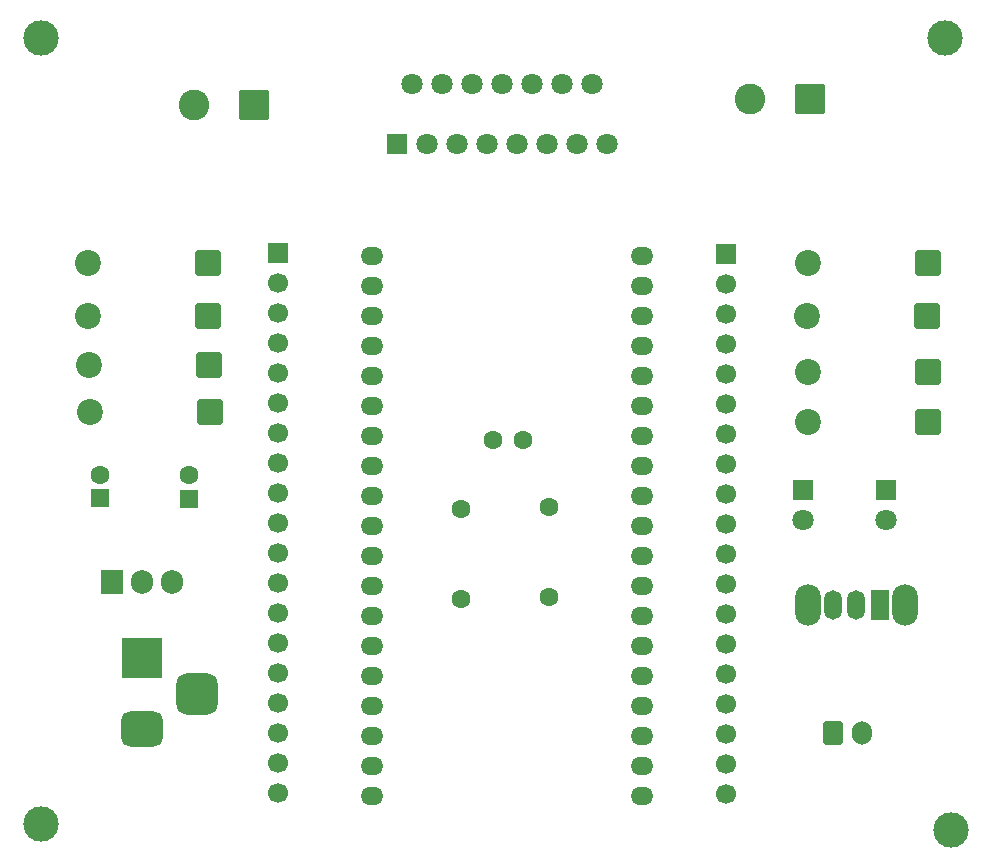
<source format=gbr>
%TF.GenerationSoftware,KiCad,Pcbnew,9.0.5*%
%TF.CreationDate,2025-11-05T00:04:46+07:00*%
%TF.ProjectId,pcb_esp32_jetbot_kicad,7063625f-6573-4703-9332-5f6a6574626f,rev?*%
%TF.SameCoordinates,Original*%
%TF.FileFunction,Soldermask,Bot*%
%TF.FilePolarity,Negative*%
%FSLAX46Y46*%
G04 Gerber Fmt 4.6, Leading zero omitted, Abs format (unit mm)*
G04 Created by KiCad (PCBNEW 9.0.5) date 2025-11-05 00:04:46*
%MOMM*%
%LPD*%
G01*
G04 APERTURE LIST*
G04 Aperture macros list*
%AMRoundRect*
0 Rectangle with rounded corners*
0 $1 Rounding radius*
0 $2 $3 $4 $5 $6 $7 $8 $9 X,Y pos of 4 corners*
0 Add a 4 corners polygon primitive as box body*
4,1,4,$2,$3,$4,$5,$6,$7,$8,$9,$2,$3,0*
0 Add four circle primitives for the rounded corners*
1,1,$1+$1,$2,$3*
1,1,$1+$1,$4,$5*
1,1,$1+$1,$6,$7*
1,1,$1+$1,$8,$9*
0 Add four rect primitives between the rounded corners*
20,1,$1+$1,$2,$3,$4,$5,0*
20,1,$1+$1,$4,$5,$6,$7,0*
20,1,$1+$1,$6,$7,$8,$9,0*
20,1,$1+$1,$8,$9,$2,$3,0*%
G04 Aperture macros list end*
%ADD10R,1.800000X1.800000*%
%ADD11C,1.800000*%
%ADD12RoundRect,0.249999X0.850001X0.850001X-0.850001X0.850001X-0.850001X-0.850001X0.850001X-0.850001X0*%
%ADD13C,2.200000*%
%ADD14RoundRect,0.250000X0.550000X-0.550000X0.550000X0.550000X-0.550000X0.550000X-0.550000X-0.550000X0*%
%ADD15C,1.600000*%
%ADD16RoundRect,0.250000X1.050000X1.050000X-1.050000X1.050000X-1.050000X-1.050000X1.050000X-1.050000X0*%
%ADD17C,2.600000*%
%ADD18C,3.000000*%
%ADD19R,1.700000X1.700000*%
%ADD20C,1.700000*%
%ADD21RoundRect,0.250000X-0.600000X-0.750000X0.600000X-0.750000X0.600000X0.750000X-0.600000X0.750000X0*%
%ADD22O,1.700000X2.000000*%
%ADD23R,1.905000X2.000000*%
%ADD24O,1.905000X2.000000*%
%ADD25R,3.500000X3.500000*%
%ADD26RoundRect,0.750000X1.000000X-0.750000X1.000000X0.750000X-1.000000X0.750000X-1.000000X-0.750000X0*%
%ADD27RoundRect,0.875000X0.875000X-0.875000X0.875000X0.875000X-0.875000X0.875000X-0.875000X-0.875000X0*%
%ADD28O,2.200000X3.500000*%
%ADD29R,1.500000X2.500000*%
%ADD30O,1.500000X2.500000*%
%ADD31O,1.900000X1.524000*%
G04 APERTURE END LIST*
D10*
%TO.C,D10*%
X162000000Y-76730000D03*
D11*
X162000000Y-79270000D03*
%TD*%
D10*
%TO.C,D1*%
X155000000Y-76730000D03*
D11*
X155000000Y-79270000D03*
%TD*%
D12*
%TO.C,D5*%
X165580000Y-57500000D03*
D13*
X155420000Y-57500000D03*
%TD*%
D14*
%TO.C,CP1*%
X103000000Y-77500000D03*
D15*
X103000000Y-75500000D03*
%TD*%
D16*
%TO.C,TerminalBlock-2*%
X155545000Y-43667500D03*
D17*
X150465000Y-43667500D03*
%TD*%
D18*
%TO.C,REF\u002A\u002A*%
X90500000Y-105000000D03*
%TD*%
%TO.C,REF\u002A\u002A*%
X167500000Y-105500000D03*
%TD*%
D12*
%TO.C,D9*%
X104580000Y-62000000D03*
D13*
X94420000Y-62000000D03*
%TD*%
D19*
%TO.C,J3*%
X148500000Y-56800000D03*
D20*
X148500000Y-59340000D03*
X148500000Y-61880000D03*
X148500000Y-64420000D03*
X148500000Y-66960000D03*
X148500000Y-69500000D03*
X148500000Y-72040000D03*
X148500000Y-74580000D03*
X148500000Y-77120000D03*
X148500000Y-79660000D03*
X148500000Y-82200000D03*
X148500000Y-84740000D03*
X148500000Y-87280000D03*
X148500000Y-89820000D03*
X148500000Y-92360000D03*
X148500000Y-94900000D03*
X148500000Y-97440000D03*
X148500000Y-99980000D03*
X148500000Y-102520000D03*
%TD*%
D18*
%TO.C,REF\u002A\u002A*%
X90500000Y-38500000D03*
%TD*%
D15*
%TO.C,R1*%
X133500000Y-85810000D03*
X133500000Y-78190000D03*
%TD*%
D21*
%TO.C,Connector_JST1*%
X157500000Y-97340000D03*
D22*
X160000000Y-97340000D03*
%TD*%
D15*
%TO.C,C2*%
X128750000Y-72500000D03*
X131250000Y-72500000D03*
%TD*%
D14*
%TO.C,CP3*%
X95500000Y-77455113D03*
D15*
X95500000Y-75455113D03*
%TD*%
D18*
%TO.C,REF\u002A\u002A*%
X167000000Y-38500000D03*
%TD*%
D23*
%TO.C,U3*%
X96500000Y-84500000D03*
D24*
X99040000Y-84500000D03*
X101580000Y-84500000D03*
%TD*%
D19*
%TO.C,J2*%
X110500000Y-56720000D03*
D20*
X110500000Y-59260000D03*
X110500000Y-61800000D03*
X110500000Y-64340000D03*
X110500000Y-66880000D03*
X110500000Y-69420000D03*
X110500000Y-71960000D03*
X110500000Y-74500000D03*
X110500000Y-77040000D03*
X110500000Y-79580000D03*
X110500000Y-82120000D03*
X110500000Y-84660000D03*
X110500000Y-87200000D03*
X110500000Y-89740000D03*
X110500000Y-92280000D03*
X110500000Y-94820000D03*
X110500000Y-97360000D03*
X110500000Y-99900000D03*
X110500000Y-102440000D03*
%TD*%
D10*
%TO.C,U1*%
X120650000Y-47420000D03*
D11*
X121920000Y-42340000D03*
X123190000Y-47420000D03*
X124460000Y-42340000D03*
X125730000Y-47420000D03*
X127000000Y-42340000D03*
X128270000Y-47420000D03*
X129540000Y-42340000D03*
X130810000Y-47420000D03*
X132080000Y-42340000D03*
X133350000Y-47420000D03*
X134620000Y-42340000D03*
X135890000Y-47420000D03*
X137160000Y-42340000D03*
X138430000Y-47420000D03*
%TD*%
D12*
%TO.C,D7*%
X104660000Y-66140000D03*
D13*
X94500000Y-66140000D03*
%TD*%
D16*
%TO.C,TerminalBlock-1*%
X108545000Y-44167500D03*
D17*
X103465000Y-44167500D03*
%TD*%
D25*
%TO.C,J4*%
X99000000Y-91000000D03*
D26*
X99000000Y-97000000D03*
D27*
X103700000Y-94000000D03*
%TD*%
D12*
%TO.C,D4*%
X165500000Y-62000000D03*
D13*
X155340000Y-62000000D03*
%TD*%
D12*
%TO.C,D8*%
X104580000Y-57500000D03*
D13*
X94420000Y-57500000D03*
%TD*%
D28*
%TO.C,SW1*%
X163600000Y-86500000D03*
X155400000Y-86500000D03*
D29*
X161500000Y-86500000D03*
D30*
X159500000Y-86500000D03*
X157500000Y-86500000D03*
%TD*%
D15*
%TO.C,R2*%
X126000000Y-86000000D03*
X126000000Y-78380000D03*
%TD*%
D31*
%TO.C,U2*%
X118500000Y-102660000D03*
X118500000Y-100120000D03*
X118500000Y-97580000D03*
X118500000Y-95040000D03*
X118500000Y-92500000D03*
X118500000Y-89960000D03*
X118500000Y-87420000D03*
X118500000Y-84880000D03*
X118500000Y-82340000D03*
X118500000Y-79800000D03*
X118500000Y-77260000D03*
X118500000Y-74720000D03*
X118500000Y-72180000D03*
X118500000Y-69640000D03*
X118500000Y-67100000D03*
X118500000Y-64560000D03*
X118500000Y-62020000D03*
X118500000Y-59480000D03*
X118500000Y-56940000D03*
X141360000Y-102660000D03*
X141360000Y-100120000D03*
X141360000Y-97580000D03*
X141360000Y-95040000D03*
X141360000Y-92500000D03*
X141360000Y-89960000D03*
X141360000Y-87420000D03*
X141360000Y-84880000D03*
X141360000Y-82340000D03*
X141360000Y-79800000D03*
X141360000Y-77260000D03*
X141360000Y-74720000D03*
X141360000Y-72180000D03*
X141360000Y-69640000D03*
X141360000Y-67100000D03*
X141360000Y-64560000D03*
X141360000Y-62020000D03*
X141360000Y-59480000D03*
X141360000Y-56940000D03*
%TD*%
D12*
%TO.C,D3*%
X165580000Y-66750000D03*
D13*
X155420000Y-66750000D03*
%TD*%
D12*
%TO.C,D2*%
X165580000Y-71000000D03*
D13*
X155420000Y-71000000D03*
%TD*%
D12*
%TO.C,D6*%
X104740000Y-70140000D03*
D13*
X94580000Y-70140000D03*
%TD*%
M02*

</source>
